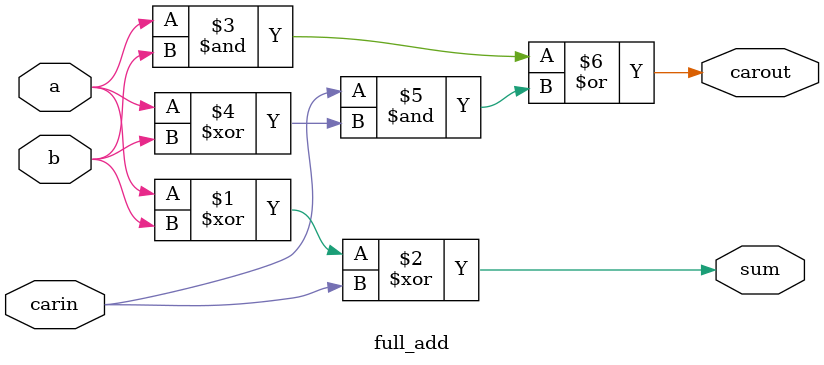
<source format=v>
module full_add (input a, input b, input carin, output sum, output carout);
	assign sum = a ^ b ^ carin;
	assign carout = (a&b) | (carin & (a^b));
endmodule

</source>
